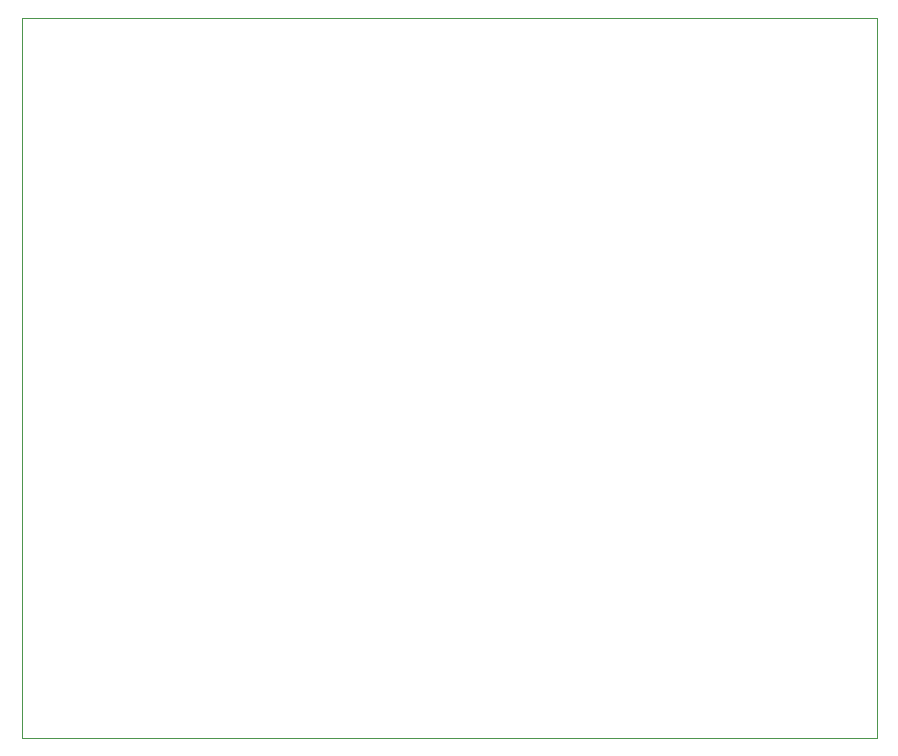
<source format=gbr>
%TF.GenerationSoftware,KiCad,Pcbnew,7.0.2*%
%TF.CreationDate,2023-04-20T12:49:32-06:00*%
%TF.ProjectId,Phase_B_KiCad_Bryce,50686173-655f-4425-9f4b-694361645f42,rev?*%
%TF.SameCoordinates,Original*%
%TF.FileFunction,Profile,NP*%
%FSLAX46Y46*%
G04 Gerber Fmt 4.6, Leading zero omitted, Abs format (unit mm)*
G04 Created by KiCad (PCBNEW 7.0.2) date 2023-04-20 12:49:32*
%MOMM*%
%LPD*%
G01*
G04 APERTURE LIST*
%TA.AperFunction,Profile*%
%ADD10C,0.050000*%
%TD*%
G04 APERTURE END LIST*
D10*
X61430000Y-20030000D02*
X133820000Y-20030000D01*
X133820000Y-80990000D01*
X61430000Y-80990000D01*
X61430000Y-20030000D01*
M02*

</source>
